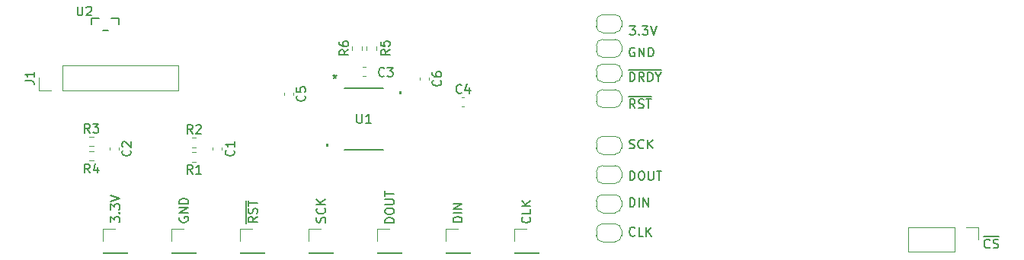
<source format=gbr>
%TF.GenerationSoftware,KiCad,Pcbnew,9.0.2*%
%TF.CreationDate,2025-08-03T14:59:52-04:00*%
%TF.ProjectId,SGTC_Center,53475443-5f43-4656-9e74-65722e6b6963,rev?*%
%TF.SameCoordinates,Original*%
%TF.FileFunction,Legend,Top*%
%TF.FilePolarity,Positive*%
%FSLAX46Y46*%
G04 Gerber Fmt 4.6, Leading zero omitted, Abs format (unit mm)*
G04 Created by KiCad (PCBNEW 9.0.2) date 2025-08-03 14:59:52*
%MOMM*%
%LPD*%
G01*
G04 APERTURE LIST*
%ADD10C,0.150000*%
%ADD11C,0.120000*%
%ADD12C,0.152400*%
%ADD13C,0.000000*%
%ADD14C,0.200000*%
G04 APERTURE END LIST*
D10*
X215333333Y-121359580D02*
X215285714Y-121407200D01*
X215285714Y-121407200D02*
X215142857Y-121454819D01*
X215142857Y-121454819D02*
X215047619Y-121454819D01*
X215047619Y-121454819D02*
X214904762Y-121407200D01*
X214904762Y-121407200D02*
X214809524Y-121311961D01*
X214809524Y-121311961D02*
X214761905Y-121216723D01*
X214761905Y-121216723D02*
X214714286Y-121026247D01*
X214714286Y-121026247D02*
X214714286Y-120883390D01*
X214714286Y-120883390D02*
X214761905Y-120692914D01*
X214761905Y-120692914D02*
X214809524Y-120597676D01*
X214809524Y-120597676D02*
X214904762Y-120502438D01*
X214904762Y-120502438D02*
X215047619Y-120454819D01*
X215047619Y-120454819D02*
X215142857Y-120454819D01*
X215142857Y-120454819D02*
X215285714Y-120502438D01*
X215285714Y-120502438D02*
X215333333Y-120550057D01*
X215714286Y-121407200D02*
X215857143Y-121454819D01*
X215857143Y-121454819D02*
X216095238Y-121454819D01*
X216095238Y-121454819D02*
X216190476Y-121407200D01*
X216190476Y-121407200D02*
X216238095Y-121359580D01*
X216238095Y-121359580D02*
X216285714Y-121264342D01*
X216285714Y-121264342D02*
X216285714Y-121169104D01*
X216285714Y-121169104D02*
X216238095Y-121073866D01*
X216238095Y-121073866D02*
X216190476Y-121026247D01*
X216190476Y-121026247D02*
X216095238Y-120978628D01*
X216095238Y-120978628D02*
X215904762Y-120931009D01*
X215904762Y-120931009D02*
X215809524Y-120883390D01*
X215809524Y-120883390D02*
X215761905Y-120835771D01*
X215761905Y-120835771D02*
X215714286Y-120740533D01*
X215714286Y-120740533D02*
X215714286Y-120645295D01*
X215714286Y-120645295D02*
X215761905Y-120550057D01*
X215761905Y-120550057D02*
X215809524Y-120502438D01*
X215809524Y-120502438D02*
X215904762Y-120454819D01*
X215904762Y-120454819D02*
X216142857Y-120454819D01*
X216142857Y-120454819D02*
X216285714Y-120502438D01*
X214623810Y-120177200D02*
X216376191Y-120177200D01*
X141452600Y-118590839D02*
X141500219Y-118447982D01*
X141500219Y-118447982D02*
X141500219Y-118209887D01*
X141500219Y-118209887D02*
X141452600Y-118114649D01*
X141452600Y-118114649D02*
X141404980Y-118067030D01*
X141404980Y-118067030D02*
X141309742Y-118019411D01*
X141309742Y-118019411D02*
X141214504Y-118019411D01*
X141214504Y-118019411D02*
X141119266Y-118067030D01*
X141119266Y-118067030D02*
X141071647Y-118114649D01*
X141071647Y-118114649D02*
X141024028Y-118209887D01*
X141024028Y-118209887D02*
X140976409Y-118400363D01*
X140976409Y-118400363D02*
X140928790Y-118495601D01*
X140928790Y-118495601D02*
X140881171Y-118543220D01*
X140881171Y-118543220D02*
X140785933Y-118590839D01*
X140785933Y-118590839D02*
X140690695Y-118590839D01*
X140690695Y-118590839D02*
X140595457Y-118543220D01*
X140595457Y-118543220D02*
X140547838Y-118495601D01*
X140547838Y-118495601D02*
X140500219Y-118400363D01*
X140500219Y-118400363D02*
X140500219Y-118162268D01*
X140500219Y-118162268D02*
X140547838Y-118019411D01*
X141404980Y-117019411D02*
X141452600Y-117067030D01*
X141452600Y-117067030D02*
X141500219Y-117209887D01*
X141500219Y-117209887D02*
X141500219Y-117305125D01*
X141500219Y-117305125D02*
X141452600Y-117447982D01*
X141452600Y-117447982D02*
X141357361Y-117543220D01*
X141357361Y-117543220D02*
X141262123Y-117590839D01*
X141262123Y-117590839D02*
X141071647Y-117638458D01*
X141071647Y-117638458D02*
X140928790Y-117638458D01*
X140928790Y-117638458D02*
X140738314Y-117590839D01*
X140738314Y-117590839D02*
X140643076Y-117543220D01*
X140643076Y-117543220D02*
X140547838Y-117447982D01*
X140547838Y-117447982D02*
X140500219Y-117305125D01*
X140500219Y-117305125D02*
X140500219Y-117209887D01*
X140500219Y-117209887D02*
X140547838Y-117067030D01*
X140547838Y-117067030D02*
X140595457Y-117019411D01*
X141500219Y-116590839D02*
X140500219Y-116590839D01*
X141500219Y-116019411D02*
X140928790Y-116447982D01*
X140500219Y-116019411D02*
X141071647Y-116590839D01*
X164214180Y-118014592D02*
X164261800Y-118062211D01*
X164261800Y-118062211D02*
X164309419Y-118205068D01*
X164309419Y-118205068D02*
X164309419Y-118300306D01*
X164309419Y-118300306D02*
X164261800Y-118443163D01*
X164261800Y-118443163D02*
X164166561Y-118538401D01*
X164166561Y-118538401D02*
X164071323Y-118586020D01*
X164071323Y-118586020D02*
X163880847Y-118633639D01*
X163880847Y-118633639D02*
X163737990Y-118633639D01*
X163737990Y-118633639D02*
X163547514Y-118586020D01*
X163547514Y-118586020D02*
X163452276Y-118538401D01*
X163452276Y-118538401D02*
X163357038Y-118443163D01*
X163357038Y-118443163D02*
X163309419Y-118300306D01*
X163309419Y-118300306D02*
X163309419Y-118205068D01*
X163309419Y-118205068D02*
X163357038Y-118062211D01*
X163357038Y-118062211D02*
X163404657Y-118014592D01*
X164309419Y-117109830D02*
X164309419Y-117586020D01*
X164309419Y-117586020D02*
X163309419Y-117586020D01*
X164309419Y-116776496D02*
X163309419Y-116776496D01*
X164309419Y-116205068D02*
X163737990Y-116633639D01*
X163309419Y-116205068D02*
X163880847Y-116776496D01*
X175336779Y-102869819D02*
X175336779Y-101869819D01*
X175336779Y-101869819D02*
X175574874Y-101869819D01*
X175574874Y-101869819D02*
X175717731Y-101917438D01*
X175717731Y-101917438D02*
X175812969Y-102012676D01*
X175812969Y-102012676D02*
X175860588Y-102107914D01*
X175860588Y-102107914D02*
X175908207Y-102298390D01*
X175908207Y-102298390D02*
X175908207Y-102441247D01*
X175908207Y-102441247D02*
X175860588Y-102631723D01*
X175860588Y-102631723D02*
X175812969Y-102726961D01*
X175812969Y-102726961D02*
X175717731Y-102822200D01*
X175717731Y-102822200D02*
X175574874Y-102869819D01*
X175574874Y-102869819D02*
X175336779Y-102869819D01*
X176908207Y-102869819D02*
X176574874Y-102393628D01*
X176336779Y-102869819D02*
X176336779Y-101869819D01*
X176336779Y-101869819D02*
X176717731Y-101869819D01*
X176717731Y-101869819D02*
X176812969Y-101917438D01*
X176812969Y-101917438D02*
X176860588Y-101965057D01*
X176860588Y-101965057D02*
X176908207Y-102060295D01*
X176908207Y-102060295D02*
X176908207Y-102203152D01*
X176908207Y-102203152D02*
X176860588Y-102298390D01*
X176860588Y-102298390D02*
X176812969Y-102346009D01*
X176812969Y-102346009D02*
X176717731Y-102393628D01*
X176717731Y-102393628D02*
X176336779Y-102393628D01*
X177336779Y-102869819D02*
X177336779Y-101869819D01*
X177336779Y-101869819D02*
X177574874Y-101869819D01*
X177574874Y-101869819D02*
X177717731Y-101917438D01*
X177717731Y-101917438D02*
X177812969Y-102012676D01*
X177812969Y-102012676D02*
X177860588Y-102107914D01*
X177860588Y-102107914D02*
X177908207Y-102298390D01*
X177908207Y-102298390D02*
X177908207Y-102441247D01*
X177908207Y-102441247D02*
X177860588Y-102631723D01*
X177860588Y-102631723D02*
X177812969Y-102726961D01*
X177812969Y-102726961D02*
X177717731Y-102822200D01*
X177717731Y-102822200D02*
X177574874Y-102869819D01*
X177574874Y-102869819D02*
X177336779Y-102869819D01*
X178527255Y-102393628D02*
X178527255Y-102869819D01*
X178193922Y-101869819D02*
X178527255Y-102393628D01*
X178527255Y-102393628D02*
X178860588Y-101869819D01*
X175198684Y-101592200D02*
X178855827Y-101592200D01*
X156689419Y-118543220D02*
X155689419Y-118543220D01*
X155689419Y-118543220D02*
X155689419Y-118305125D01*
X155689419Y-118305125D02*
X155737038Y-118162268D01*
X155737038Y-118162268D02*
X155832276Y-118067030D01*
X155832276Y-118067030D02*
X155927514Y-118019411D01*
X155927514Y-118019411D02*
X156117990Y-117971792D01*
X156117990Y-117971792D02*
X156260847Y-117971792D01*
X156260847Y-117971792D02*
X156451323Y-118019411D01*
X156451323Y-118019411D02*
X156546561Y-118067030D01*
X156546561Y-118067030D02*
X156641800Y-118162268D01*
X156641800Y-118162268D02*
X156689419Y-118305125D01*
X156689419Y-118305125D02*
X156689419Y-118543220D01*
X156689419Y-117543220D02*
X155689419Y-117543220D01*
X156689419Y-117067030D02*
X155689419Y-117067030D01*
X155689419Y-117067030D02*
X156689419Y-116495602D01*
X156689419Y-116495602D02*
X155689419Y-116495602D01*
X117640219Y-118579658D02*
X117640219Y-117960611D01*
X117640219Y-117960611D02*
X118021171Y-118293944D01*
X118021171Y-118293944D02*
X118021171Y-118151087D01*
X118021171Y-118151087D02*
X118068790Y-118055849D01*
X118068790Y-118055849D02*
X118116409Y-118008230D01*
X118116409Y-118008230D02*
X118211647Y-117960611D01*
X118211647Y-117960611D02*
X118449742Y-117960611D01*
X118449742Y-117960611D02*
X118544980Y-118008230D01*
X118544980Y-118008230D02*
X118592600Y-118055849D01*
X118592600Y-118055849D02*
X118640219Y-118151087D01*
X118640219Y-118151087D02*
X118640219Y-118436801D01*
X118640219Y-118436801D02*
X118592600Y-118532039D01*
X118592600Y-118532039D02*
X118544980Y-118579658D01*
X118544980Y-117532039D02*
X118592600Y-117484420D01*
X118592600Y-117484420D02*
X118640219Y-117532039D01*
X118640219Y-117532039D02*
X118592600Y-117579658D01*
X118592600Y-117579658D02*
X118544980Y-117532039D01*
X118544980Y-117532039D02*
X118640219Y-117532039D01*
X117640219Y-117151087D02*
X117640219Y-116532040D01*
X117640219Y-116532040D02*
X118021171Y-116865373D01*
X118021171Y-116865373D02*
X118021171Y-116722516D01*
X118021171Y-116722516D02*
X118068790Y-116627278D01*
X118068790Y-116627278D02*
X118116409Y-116579659D01*
X118116409Y-116579659D02*
X118211647Y-116532040D01*
X118211647Y-116532040D02*
X118449742Y-116532040D01*
X118449742Y-116532040D02*
X118544980Y-116579659D01*
X118544980Y-116579659D02*
X118592600Y-116627278D01*
X118592600Y-116627278D02*
X118640219Y-116722516D01*
X118640219Y-116722516D02*
X118640219Y-117008230D01*
X118640219Y-117008230D02*
X118592600Y-117103468D01*
X118592600Y-117103468D02*
X118544980Y-117151087D01*
X117640219Y-116246325D02*
X118640219Y-115912992D01*
X118640219Y-115912992D02*
X117640219Y-115579659D01*
X133931019Y-117971792D02*
X133454828Y-118305125D01*
X133931019Y-118543220D02*
X132931019Y-118543220D01*
X132931019Y-118543220D02*
X132931019Y-118162268D01*
X132931019Y-118162268D02*
X132978638Y-118067030D01*
X132978638Y-118067030D02*
X133026257Y-118019411D01*
X133026257Y-118019411D02*
X133121495Y-117971792D01*
X133121495Y-117971792D02*
X133264352Y-117971792D01*
X133264352Y-117971792D02*
X133359590Y-118019411D01*
X133359590Y-118019411D02*
X133407209Y-118067030D01*
X133407209Y-118067030D02*
X133454828Y-118162268D01*
X133454828Y-118162268D02*
X133454828Y-118543220D01*
X133883400Y-117590839D02*
X133931019Y-117447982D01*
X133931019Y-117447982D02*
X133931019Y-117209887D01*
X133931019Y-117209887D02*
X133883400Y-117114649D01*
X133883400Y-117114649D02*
X133835780Y-117067030D01*
X133835780Y-117067030D02*
X133740542Y-117019411D01*
X133740542Y-117019411D02*
X133645304Y-117019411D01*
X133645304Y-117019411D02*
X133550066Y-117067030D01*
X133550066Y-117067030D02*
X133502447Y-117114649D01*
X133502447Y-117114649D02*
X133454828Y-117209887D01*
X133454828Y-117209887D02*
X133407209Y-117400363D01*
X133407209Y-117400363D02*
X133359590Y-117495601D01*
X133359590Y-117495601D02*
X133311971Y-117543220D01*
X133311971Y-117543220D02*
X133216733Y-117590839D01*
X133216733Y-117590839D02*
X133121495Y-117590839D01*
X133121495Y-117590839D02*
X133026257Y-117543220D01*
X133026257Y-117543220D02*
X132978638Y-117495601D01*
X132978638Y-117495601D02*
X132931019Y-117400363D01*
X132931019Y-117400363D02*
X132931019Y-117162268D01*
X132931019Y-117162268D02*
X132978638Y-117019411D01*
X132931019Y-116733696D02*
X132931019Y-116162268D01*
X133931019Y-116447982D02*
X132931019Y-116447982D01*
X132653400Y-118681316D02*
X132653400Y-116167030D01*
X175860588Y-99167438D02*
X175765350Y-99119819D01*
X175765350Y-99119819D02*
X175622493Y-99119819D01*
X175622493Y-99119819D02*
X175479636Y-99167438D01*
X175479636Y-99167438D02*
X175384398Y-99262676D01*
X175384398Y-99262676D02*
X175336779Y-99357914D01*
X175336779Y-99357914D02*
X175289160Y-99548390D01*
X175289160Y-99548390D02*
X175289160Y-99691247D01*
X175289160Y-99691247D02*
X175336779Y-99881723D01*
X175336779Y-99881723D02*
X175384398Y-99976961D01*
X175384398Y-99976961D02*
X175479636Y-100072200D01*
X175479636Y-100072200D02*
X175622493Y-100119819D01*
X175622493Y-100119819D02*
X175717731Y-100119819D01*
X175717731Y-100119819D02*
X175860588Y-100072200D01*
X175860588Y-100072200D02*
X175908207Y-100024580D01*
X175908207Y-100024580D02*
X175908207Y-99691247D01*
X175908207Y-99691247D02*
X175717731Y-99691247D01*
X176336779Y-100119819D02*
X176336779Y-99119819D01*
X176336779Y-99119819D02*
X176908207Y-100119819D01*
X176908207Y-100119819D02*
X176908207Y-99119819D01*
X177384398Y-100119819D02*
X177384398Y-99119819D01*
X177384398Y-99119819D02*
X177622493Y-99119819D01*
X177622493Y-99119819D02*
X177765350Y-99167438D01*
X177765350Y-99167438D02*
X177860588Y-99262676D01*
X177860588Y-99262676D02*
X177908207Y-99357914D01*
X177908207Y-99357914D02*
X177955826Y-99548390D01*
X177955826Y-99548390D02*
X177955826Y-99691247D01*
X177955826Y-99691247D02*
X177908207Y-99881723D01*
X177908207Y-99881723D02*
X177860588Y-99976961D01*
X177860588Y-99976961D02*
X177765350Y-100072200D01*
X177765350Y-100072200D02*
X177622493Y-100119819D01*
X177622493Y-100119819D02*
X177384398Y-100119819D01*
X175336779Y-113869819D02*
X175336779Y-112869819D01*
X175336779Y-112869819D02*
X175574874Y-112869819D01*
X175574874Y-112869819D02*
X175717731Y-112917438D01*
X175717731Y-112917438D02*
X175812969Y-113012676D01*
X175812969Y-113012676D02*
X175860588Y-113107914D01*
X175860588Y-113107914D02*
X175908207Y-113298390D01*
X175908207Y-113298390D02*
X175908207Y-113441247D01*
X175908207Y-113441247D02*
X175860588Y-113631723D01*
X175860588Y-113631723D02*
X175812969Y-113726961D01*
X175812969Y-113726961D02*
X175717731Y-113822200D01*
X175717731Y-113822200D02*
X175574874Y-113869819D01*
X175574874Y-113869819D02*
X175336779Y-113869819D01*
X176527255Y-112869819D02*
X176717731Y-112869819D01*
X176717731Y-112869819D02*
X176812969Y-112917438D01*
X176812969Y-112917438D02*
X176908207Y-113012676D01*
X176908207Y-113012676D02*
X176955826Y-113203152D01*
X176955826Y-113203152D02*
X176955826Y-113536485D01*
X176955826Y-113536485D02*
X176908207Y-113726961D01*
X176908207Y-113726961D02*
X176812969Y-113822200D01*
X176812969Y-113822200D02*
X176717731Y-113869819D01*
X176717731Y-113869819D02*
X176527255Y-113869819D01*
X176527255Y-113869819D02*
X176432017Y-113822200D01*
X176432017Y-113822200D02*
X176336779Y-113726961D01*
X176336779Y-113726961D02*
X176289160Y-113536485D01*
X176289160Y-113536485D02*
X176289160Y-113203152D01*
X176289160Y-113203152D02*
X176336779Y-113012676D01*
X176336779Y-113012676D02*
X176432017Y-112917438D01*
X176432017Y-112917438D02*
X176527255Y-112869819D01*
X177384398Y-112869819D02*
X177384398Y-113679342D01*
X177384398Y-113679342D02*
X177432017Y-113774580D01*
X177432017Y-113774580D02*
X177479636Y-113822200D01*
X177479636Y-113822200D02*
X177574874Y-113869819D01*
X177574874Y-113869819D02*
X177765350Y-113869819D01*
X177765350Y-113869819D02*
X177860588Y-113822200D01*
X177860588Y-113822200D02*
X177908207Y-113774580D01*
X177908207Y-113774580D02*
X177955826Y-113679342D01*
X177955826Y-113679342D02*
X177955826Y-112869819D01*
X178289160Y-112869819D02*
X178860588Y-112869819D01*
X178574874Y-113869819D02*
X178574874Y-112869819D01*
X175336779Y-116869819D02*
X175336779Y-115869819D01*
X175336779Y-115869819D02*
X175574874Y-115869819D01*
X175574874Y-115869819D02*
X175717731Y-115917438D01*
X175717731Y-115917438D02*
X175812969Y-116012676D01*
X175812969Y-116012676D02*
X175860588Y-116107914D01*
X175860588Y-116107914D02*
X175908207Y-116298390D01*
X175908207Y-116298390D02*
X175908207Y-116441247D01*
X175908207Y-116441247D02*
X175860588Y-116631723D01*
X175860588Y-116631723D02*
X175812969Y-116726961D01*
X175812969Y-116726961D02*
X175717731Y-116822200D01*
X175717731Y-116822200D02*
X175574874Y-116869819D01*
X175574874Y-116869819D02*
X175336779Y-116869819D01*
X176336779Y-116869819D02*
X176336779Y-115869819D01*
X176812969Y-116869819D02*
X176812969Y-115869819D01*
X176812969Y-115869819D02*
X177384397Y-116869819D01*
X177384397Y-116869819D02*
X177384397Y-115869819D01*
X175291541Y-96719819D02*
X175910588Y-96719819D01*
X175910588Y-96719819D02*
X175577255Y-97100771D01*
X175577255Y-97100771D02*
X175720112Y-97100771D01*
X175720112Y-97100771D02*
X175815350Y-97148390D01*
X175815350Y-97148390D02*
X175862969Y-97196009D01*
X175862969Y-97196009D02*
X175910588Y-97291247D01*
X175910588Y-97291247D02*
X175910588Y-97529342D01*
X175910588Y-97529342D02*
X175862969Y-97624580D01*
X175862969Y-97624580D02*
X175815350Y-97672200D01*
X175815350Y-97672200D02*
X175720112Y-97719819D01*
X175720112Y-97719819D02*
X175434398Y-97719819D01*
X175434398Y-97719819D02*
X175339160Y-97672200D01*
X175339160Y-97672200D02*
X175291541Y-97624580D01*
X176339160Y-97624580D02*
X176386779Y-97672200D01*
X176386779Y-97672200D02*
X176339160Y-97719819D01*
X176339160Y-97719819D02*
X176291541Y-97672200D01*
X176291541Y-97672200D02*
X176339160Y-97624580D01*
X176339160Y-97624580D02*
X176339160Y-97719819D01*
X176720112Y-96719819D02*
X177339159Y-96719819D01*
X177339159Y-96719819D02*
X177005826Y-97100771D01*
X177005826Y-97100771D02*
X177148683Y-97100771D01*
X177148683Y-97100771D02*
X177243921Y-97148390D01*
X177243921Y-97148390D02*
X177291540Y-97196009D01*
X177291540Y-97196009D02*
X177339159Y-97291247D01*
X177339159Y-97291247D02*
X177339159Y-97529342D01*
X177339159Y-97529342D02*
X177291540Y-97624580D01*
X177291540Y-97624580D02*
X177243921Y-97672200D01*
X177243921Y-97672200D02*
X177148683Y-97719819D01*
X177148683Y-97719819D02*
X176862969Y-97719819D01*
X176862969Y-97719819D02*
X176767731Y-97672200D01*
X176767731Y-97672200D02*
X176720112Y-97624580D01*
X177624874Y-96719819D02*
X177958207Y-97719819D01*
X177958207Y-97719819D02*
X178291540Y-96719819D01*
X175289160Y-110322200D02*
X175432017Y-110369819D01*
X175432017Y-110369819D02*
X175670112Y-110369819D01*
X175670112Y-110369819D02*
X175765350Y-110322200D01*
X175765350Y-110322200D02*
X175812969Y-110274580D01*
X175812969Y-110274580D02*
X175860588Y-110179342D01*
X175860588Y-110179342D02*
X175860588Y-110084104D01*
X175860588Y-110084104D02*
X175812969Y-109988866D01*
X175812969Y-109988866D02*
X175765350Y-109941247D01*
X175765350Y-109941247D02*
X175670112Y-109893628D01*
X175670112Y-109893628D02*
X175479636Y-109846009D01*
X175479636Y-109846009D02*
X175384398Y-109798390D01*
X175384398Y-109798390D02*
X175336779Y-109750771D01*
X175336779Y-109750771D02*
X175289160Y-109655533D01*
X175289160Y-109655533D02*
X175289160Y-109560295D01*
X175289160Y-109560295D02*
X175336779Y-109465057D01*
X175336779Y-109465057D02*
X175384398Y-109417438D01*
X175384398Y-109417438D02*
X175479636Y-109369819D01*
X175479636Y-109369819D02*
X175717731Y-109369819D01*
X175717731Y-109369819D02*
X175860588Y-109417438D01*
X176860588Y-110274580D02*
X176812969Y-110322200D01*
X176812969Y-110322200D02*
X176670112Y-110369819D01*
X176670112Y-110369819D02*
X176574874Y-110369819D01*
X176574874Y-110369819D02*
X176432017Y-110322200D01*
X176432017Y-110322200D02*
X176336779Y-110226961D01*
X176336779Y-110226961D02*
X176289160Y-110131723D01*
X176289160Y-110131723D02*
X176241541Y-109941247D01*
X176241541Y-109941247D02*
X176241541Y-109798390D01*
X176241541Y-109798390D02*
X176289160Y-109607914D01*
X176289160Y-109607914D02*
X176336779Y-109512676D01*
X176336779Y-109512676D02*
X176432017Y-109417438D01*
X176432017Y-109417438D02*
X176574874Y-109369819D01*
X176574874Y-109369819D02*
X176670112Y-109369819D01*
X176670112Y-109369819D02*
X176812969Y-109417438D01*
X176812969Y-109417438D02*
X176860588Y-109465057D01*
X177289160Y-110369819D02*
X177289160Y-109369819D01*
X177860588Y-110369819D02*
X177432017Y-109798390D01*
X177860588Y-109369819D02*
X177289160Y-109941247D01*
X175908207Y-120024580D02*
X175860588Y-120072200D01*
X175860588Y-120072200D02*
X175717731Y-120119819D01*
X175717731Y-120119819D02*
X175622493Y-120119819D01*
X175622493Y-120119819D02*
X175479636Y-120072200D01*
X175479636Y-120072200D02*
X175384398Y-119976961D01*
X175384398Y-119976961D02*
X175336779Y-119881723D01*
X175336779Y-119881723D02*
X175289160Y-119691247D01*
X175289160Y-119691247D02*
X175289160Y-119548390D01*
X175289160Y-119548390D02*
X175336779Y-119357914D01*
X175336779Y-119357914D02*
X175384398Y-119262676D01*
X175384398Y-119262676D02*
X175479636Y-119167438D01*
X175479636Y-119167438D02*
X175622493Y-119119819D01*
X175622493Y-119119819D02*
X175717731Y-119119819D01*
X175717731Y-119119819D02*
X175860588Y-119167438D01*
X175860588Y-119167438D02*
X175908207Y-119215057D01*
X176812969Y-120119819D02*
X176336779Y-120119819D01*
X176336779Y-120119819D02*
X176336779Y-119119819D01*
X177146303Y-120119819D02*
X177146303Y-119119819D01*
X177717731Y-120119819D02*
X177289160Y-119548390D01*
X177717731Y-119119819D02*
X177146303Y-119691247D01*
X175908207Y-105869819D02*
X175574874Y-105393628D01*
X175336779Y-105869819D02*
X175336779Y-104869819D01*
X175336779Y-104869819D02*
X175717731Y-104869819D01*
X175717731Y-104869819D02*
X175812969Y-104917438D01*
X175812969Y-104917438D02*
X175860588Y-104965057D01*
X175860588Y-104965057D02*
X175908207Y-105060295D01*
X175908207Y-105060295D02*
X175908207Y-105203152D01*
X175908207Y-105203152D02*
X175860588Y-105298390D01*
X175860588Y-105298390D02*
X175812969Y-105346009D01*
X175812969Y-105346009D02*
X175717731Y-105393628D01*
X175717731Y-105393628D02*
X175336779Y-105393628D01*
X176289160Y-105822200D02*
X176432017Y-105869819D01*
X176432017Y-105869819D02*
X176670112Y-105869819D01*
X176670112Y-105869819D02*
X176765350Y-105822200D01*
X176765350Y-105822200D02*
X176812969Y-105774580D01*
X176812969Y-105774580D02*
X176860588Y-105679342D01*
X176860588Y-105679342D02*
X176860588Y-105584104D01*
X176860588Y-105584104D02*
X176812969Y-105488866D01*
X176812969Y-105488866D02*
X176765350Y-105441247D01*
X176765350Y-105441247D02*
X176670112Y-105393628D01*
X176670112Y-105393628D02*
X176479636Y-105346009D01*
X176479636Y-105346009D02*
X176384398Y-105298390D01*
X176384398Y-105298390D02*
X176336779Y-105250771D01*
X176336779Y-105250771D02*
X176289160Y-105155533D01*
X176289160Y-105155533D02*
X176289160Y-105060295D01*
X176289160Y-105060295D02*
X176336779Y-104965057D01*
X176336779Y-104965057D02*
X176384398Y-104917438D01*
X176384398Y-104917438D02*
X176479636Y-104869819D01*
X176479636Y-104869819D02*
X176717731Y-104869819D01*
X176717731Y-104869819D02*
X176860588Y-104917438D01*
X177146303Y-104869819D02*
X177717731Y-104869819D01*
X177432017Y-105869819D02*
X177432017Y-104869819D01*
X175198684Y-104592200D02*
X177712970Y-104592200D01*
X149120219Y-118636820D02*
X148120219Y-118636820D01*
X148120219Y-118636820D02*
X148120219Y-118398725D01*
X148120219Y-118398725D02*
X148167838Y-118255868D01*
X148167838Y-118255868D02*
X148263076Y-118160630D01*
X148263076Y-118160630D02*
X148358314Y-118113011D01*
X148358314Y-118113011D02*
X148548790Y-118065392D01*
X148548790Y-118065392D02*
X148691647Y-118065392D01*
X148691647Y-118065392D02*
X148882123Y-118113011D01*
X148882123Y-118113011D02*
X148977361Y-118160630D01*
X148977361Y-118160630D02*
X149072600Y-118255868D01*
X149072600Y-118255868D02*
X149120219Y-118398725D01*
X149120219Y-118398725D02*
X149120219Y-118636820D01*
X148120219Y-117446344D02*
X148120219Y-117255868D01*
X148120219Y-117255868D02*
X148167838Y-117160630D01*
X148167838Y-117160630D02*
X148263076Y-117065392D01*
X148263076Y-117065392D02*
X148453552Y-117017773D01*
X148453552Y-117017773D02*
X148786885Y-117017773D01*
X148786885Y-117017773D02*
X148977361Y-117065392D01*
X148977361Y-117065392D02*
X149072600Y-117160630D01*
X149072600Y-117160630D02*
X149120219Y-117255868D01*
X149120219Y-117255868D02*
X149120219Y-117446344D01*
X149120219Y-117446344D02*
X149072600Y-117541582D01*
X149072600Y-117541582D02*
X148977361Y-117636820D01*
X148977361Y-117636820D02*
X148786885Y-117684439D01*
X148786885Y-117684439D02*
X148453552Y-117684439D01*
X148453552Y-117684439D02*
X148263076Y-117636820D01*
X148263076Y-117636820D02*
X148167838Y-117541582D01*
X148167838Y-117541582D02*
X148120219Y-117446344D01*
X148120219Y-116589201D02*
X148929742Y-116589201D01*
X148929742Y-116589201D02*
X149024980Y-116541582D01*
X149024980Y-116541582D02*
X149072600Y-116493963D01*
X149072600Y-116493963D02*
X149120219Y-116398725D01*
X149120219Y-116398725D02*
X149120219Y-116208249D01*
X149120219Y-116208249D02*
X149072600Y-116113011D01*
X149072600Y-116113011D02*
X149024980Y-116065392D01*
X149024980Y-116065392D02*
X148929742Y-116017773D01*
X148929742Y-116017773D02*
X148120219Y-116017773D01*
X148120219Y-115684439D02*
X148120219Y-115113011D01*
X149120219Y-115398725D02*
X148120219Y-115398725D01*
X125307838Y-118019411D02*
X125260219Y-118114649D01*
X125260219Y-118114649D02*
X125260219Y-118257506D01*
X125260219Y-118257506D02*
X125307838Y-118400363D01*
X125307838Y-118400363D02*
X125403076Y-118495601D01*
X125403076Y-118495601D02*
X125498314Y-118543220D01*
X125498314Y-118543220D02*
X125688790Y-118590839D01*
X125688790Y-118590839D02*
X125831647Y-118590839D01*
X125831647Y-118590839D02*
X126022123Y-118543220D01*
X126022123Y-118543220D02*
X126117361Y-118495601D01*
X126117361Y-118495601D02*
X126212600Y-118400363D01*
X126212600Y-118400363D02*
X126260219Y-118257506D01*
X126260219Y-118257506D02*
X126260219Y-118162268D01*
X126260219Y-118162268D02*
X126212600Y-118019411D01*
X126212600Y-118019411D02*
X126164980Y-117971792D01*
X126164980Y-117971792D02*
X125831647Y-117971792D01*
X125831647Y-117971792D02*
X125831647Y-118162268D01*
X126260219Y-117543220D02*
X125260219Y-117543220D01*
X125260219Y-117543220D02*
X126260219Y-116971792D01*
X126260219Y-116971792D02*
X125260219Y-116971792D01*
X126260219Y-116495601D02*
X125260219Y-116495601D01*
X125260219Y-116495601D02*
X125260219Y-116257506D01*
X125260219Y-116257506D02*
X125307838Y-116114649D01*
X125307838Y-116114649D02*
X125403076Y-116019411D01*
X125403076Y-116019411D02*
X125498314Y-115971792D01*
X125498314Y-115971792D02*
X125688790Y-115924173D01*
X125688790Y-115924173D02*
X125831647Y-115924173D01*
X125831647Y-115924173D02*
X126022123Y-115971792D01*
X126022123Y-115971792D02*
X126117361Y-116019411D01*
X126117361Y-116019411D02*
X126212600Y-116114649D01*
X126212600Y-116114649D02*
X126260219Y-116257506D01*
X126260219Y-116257506D02*
X126260219Y-116495601D01*
X131289580Y-110566666D02*
X131337200Y-110614285D01*
X131337200Y-110614285D02*
X131384819Y-110757142D01*
X131384819Y-110757142D02*
X131384819Y-110852380D01*
X131384819Y-110852380D02*
X131337200Y-110995237D01*
X131337200Y-110995237D02*
X131241961Y-111090475D01*
X131241961Y-111090475D02*
X131146723Y-111138094D01*
X131146723Y-111138094D02*
X130956247Y-111185713D01*
X130956247Y-111185713D02*
X130813390Y-111185713D01*
X130813390Y-111185713D02*
X130622914Y-111138094D01*
X130622914Y-111138094D02*
X130527676Y-111090475D01*
X130527676Y-111090475D02*
X130432438Y-110995237D01*
X130432438Y-110995237D02*
X130384819Y-110852380D01*
X130384819Y-110852380D02*
X130384819Y-110757142D01*
X130384819Y-110757142D02*
X130432438Y-110614285D01*
X130432438Y-110614285D02*
X130480057Y-110566666D01*
X131384819Y-109614285D02*
X131384819Y-110185713D01*
X131384819Y-109899999D02*
X130384819Y-109899999D01*
X130384819Y-109899999D02*
X130527676Y-109995237D01*
X130527676Y-109995237D02*
X130622914Y-110090475D01*
X130622914Y-110090475D02*
X130670533Y-110185713D01*
X115333333Y-113084819D02*
X115000000Y-112608628D01*
X114761905Y-113084819D02*
X114761905Y-112084819D01*
X114761905Y-112084819D02*
X115142857Y-112084819D01*
X115142857Y-112084819D02*
X115238095Y-112132438D01*
X115238095Y-112132438D02*
X115285714Y-112180057D01*
X115285714Y-112180057D02*
X115333333Y-112275295D01*
X115333333Y-112275295D02*
X115333333Y-112418152D01*
X115333333Y-112418152D02*
X115285714Y-112513390D01*
X115285714Y-112513390D02*
X115238095Y-112561009D01*
X115238095Y-112561009D02*
X115142857Y-112608628D01*
X115142857Y-112608628D02*
X114761905Y-112608628D01*
X116190476Y-112418152D02*
X116190476Y-113084819D01*
X115952381Y-112037200D02*
X115714286Y-112751485D01*
X115714286Y-112751485D02*
X116333333Y-112751485D01*
X119789580Y-110566666D02*
X119837200Y-110614285D01*
X119837200Y-110614285D02*
X119884819Y-110757142D01*
X119884819Y-110757142D02*
X119884819Y-110852380D01*
X119884819Y-110852380D02*
X119837200Y-110995237D01*
X119837200Y-110995237D02*
X119741961Y-111090475D01*
X119741961Y-111090475D02*
X119646723Y-111138094D01*
X119646723Y-111138094D02*
X119456247Y-111185713D01*
X119456247Y-111185713D02*
X119313390Y-111185713D01*
X119313390Y-111185713D02*
X119122914Y-111138094D01*
X119122914Y-111138094D02*
X119027676Y-111090475D01*
X119027676Y-111090475D02*
X118932438Y-110995237D01*
X118932438Y-110995237D02*
X118884819Y-110852380D01*
X118884819Y-110852380D02*
X118884819Y-110757142D01*
X118884819Y-110757142D02*
X118932438Y-110614285D01*
X118932438Y-110614285D02*
X118980057Y-110566666D01*
X118980057Y-110185713D02*
X118932438Y-110138094D01*
X118932438Y-110138094D02*
X118884819Y-110042856D01*
X118884819Y-110042856D02*
X118884819Y-109804761D01*
X118884819Y-109804761D02*
X118932438Y-109709523D01*
X118932438Y-109709523D02*
X118980057Y-109661904D01*
X118980057Y-109661904D02*
X119075295Y-109614285D01*
X119075295Y-109614285D02*
X119170533Y-109614285D01*
X119170533Y-109614285D02*
X119313390Y-109661904D01*
X119313390Y-109661904D02*
X119884819Y-110233332D01*
X119884819Y-110233332D02*
X119884819Y-109614285D01*
X156633333Y-104129580D02*
X156585714Y-104177200D01*
X156585714Y-104177200D02*
X156442857Y-104224819D01*
X156442857Y-104224819D02*
X156347619Y-104224819D01*
X156347619Y-104224819D02*
X156204762Y-104177200D01*
X156204762Y-104177200D02*
X156109524Y-104081961D01*
X156109524Y-104081961D02*
X156061905Y-103986723D01*
X156061905Y-103986723D02*
X156014286Y-103796247D01*
X156014286Y-103796247D02*
X156014286Y-103653390D01*
X156014286Y-103653390D02*
X156061905Y-103462914D01*
X156061905Y-103462914D02*
X156109524Y-103367676D01*
X156109524Y-103367676D02*
X156204762Y-103272438D01*
X156204762Y-103272438D02*
X156347619Y-103224819D01*
X156347619Y-103224819D02*
X156442857Y-103224819D01*
X156442857Y-103224819D02*
X156585714Y-103272438D01*
X156585714Y-103272438D02*
X156633333Y-103320057D01*
X157490476Y-103558152D02*
X157490476Y-104224819D01*
X157252381Y-103177200D02*
X157014286Y-103891485D01*
X157014286Y-103891485D02*
X157633333Y-103891485D01*
X144990845Y-106529821D02*
X144990845Y-107339344D01*
X144990845Y-107339344D02*
X145038464Y-107434582D01*
X145038464Y-107434582D02*
X145086083Y-107482202D01*
X145086083Y-107482202D02*
X145181321Y-107529821D01*
X145181321Y-107529821D02*
X145371797Y-107529821D01*
X145371797Y-107529821D02*
X145467035Y-107482202D01*
X145467035Y-107482202D02*
X145514654Y-107434582D01*
X145514654Y-107434582D02*
X145562273Y-107339344D01*
X145562273Y-107339344D02*
X145562273Y-106529821D01*
X146562273Y-107529821D02*
X145990845Y-107529821D01*
X146276559Y-107529821D02*
X146276559Y-106529821D01*
X146276559Y-106529821D02*
X146181321Y-106672678D01*
X146181321Y-106672678D02*
X146086083Y-106767916D01*
X146086083Y-106767916D02*
X145990845Y-106815535D01*
X142546000Y-102106220D02*
X142546000Y-102344315D01*
X142307905Y-102249077D02*
X142546000Y-102344315D01*
X142546000Y-102344315D02*
X142784095Y-102249077D01*
X142403143Y-102534791D02*
X142546000Y-102344315D01*
X142546000Y-102344315D02*
X142688857Y-102534791D01*
X108124819Y-102833333D02*
X108839104Y-102833333D01*
X108839104Y-102833333D02*
X108981961Y-102880952D01*
X108981961Y-102880952D02*
X109077200Y-102976190D01*
X109077200Y-102976190D02*
X109124819Y-103119047D01*
X109124819Y-103119047D02*
X109124819Y-103214285D01*
X109124819Y-101833333D02*
X109124819Y-102404761D01*
X109124819Y-102119047D02*
X108124819Y-102119047D01*
X108124819Y-102119047D02*
X108267676Y-102214285D01*
X108267676Y-102214285D02*
X108362914Y-102309523D01*
X108362914Y-102309523D02*
X108410533Y-102404761D01*
X148654819Y-99366666D02*
X148178628Y-99699999D01*
X148654819Y-99938094D02*
X147654819Y-99938094D01*
X147654819Y-99938094D02*
X147654819Y-99557142D01*
X147654819Y-99557142D02*
X147702438Y-99461904D01*
X147702438Y-99461904D02*
X147750057Y-99414285D01*
X147750057Y-99414285D02*
X147845295Y-99366666D01*
X147845295Y-99366666D02*
X147988152Y-99366666D01*
X147988152Y-99366666D02*
X148083390Y-99414285D01*
X148083390Y-99414285D02*
X148131009Y-99461904D01*
X148131009Y-99461904D02*
X148178628Y-99557142D01*
X148178628Y-99557142D02*
X148178628Y-99938094D01*
X147654819Y-98461904D02*
X147654819Y-98938094D01*
X147654819Y-98938094D02*
X148131009Y-98985713D01*
X148131009Y-98985713D02*
X148083390Y-98938094D01*
X148083390Y-98938094D02*
X148035771Y-98842856D01*
X148035771Y-98842856D02*
X148035771Y-98604761D01*
X148035771Y-98604761D02*
X148083390Y-98509523D01*
X148083390Y-98509523D02*
X148131009Y-98461904D01*
X148131009Y-98461904D02*
X148226247Y-98414285D01*
X148226247Y-98414285D02*
X148464342Y-98414285D01*
X148464342Y-98414285D02*
X148559580Y-98461904D01*
X148559580Y-98461904D02*
X148607200Y-98509523D01*
X148607200Y-98509523D02*
X148654819Y-98604761D01*
X148654819Y-98604761D02*
X148654819Y-98842856D01*
X148654819Y-98842856D02*
X148607200Y-98938094D01*
X148607200Y-98938094D02*
X148559580Y-98985713D01*
X113938095Y-94554819D02*
X113938095Y-95364342D01*
X113938095Y-95364342D02*
X113985714Y-95459580D01*
X113985714Y-95459580D02*
X114033333Y-95507200D01*
X114033333Y-95507200D02*
X114128571Y-95554819D01*
X114128571Y-95554819D02*
X114319047Y-95554819D01*
X114319047Y-95554819D02*
X114414285Y-95507200D01*
X114414285Y-95507200D02*
X114461904Y-95459580D01*
X114461904Y-95459580D02*
X114509523Y-95364342D01*
X114509523Y-95364342D02*
X114509523Y-94554819D01*
X114938095Y-94650057D02*
X114985714Y-94602438D01*
X114985714Y-94602438D02*
X115080952Y-94554819D01*
X115080952Y-94554819D02*
X115319047Y-94554819D01*
X115319047Y-94554819D02*
X115414285Y-94602438D01*
X115414285Y-94602438D02*
X115461904Y-94650057D01*
X115461904Y-94650057D02*
X115509523Y-94745295D01*
X115509523Y-94745295D02*
X115509523Y-94840533D01*
X115509523Y-94840533D02*
X115461904Y-94983390D01*
X115461904Y-94983390D02*
X114890476Y-95554819D01*
X114890476Y-95554819D02*
X115509523Y-95554819D01*
X144054819Y-99366666D02*
X143578628Y-99699999D01*
X144054819Y-99938094D02*
X143054819Y-99938094D01*
X143054819Y-99938094D02*
X143054819Y-99557142D01*
X143054819Y-99557142D02*
X143102438Y-99461904D01*
X143102438Y-99461904D02*
X143150057Y-99414285D01*
X143150057Y-99414285D02*
X143245295Y-99366666D01*
X143245295Y-99366666D02*
X143388152Y-99366666D01*
X143388152Y-99366666D02*
X143483390Y-99414285D01*
X143483390Y-99414285D02*
X143531009Y-99461904D01*
X143531009Y-99461904D02*
X143578628Y-99557142D01*
X143578628Y-99557142D02*
X143578628Y-99938094D01*
X143054819Y-98509523D02*
X143054819Y-98699999D01*
X143054819Y-98699999D02*
X143102438Y-98795237D01*
X143102438Y-98795237D02*
X143150057Y-98842856D01*
X143150057Y-98842856D02*
X143292914Y-98938094D01*
X143292914Y-98938094D02*
X143483390Y-98985713D01*
X143483390Y-98985713D02*
X143864342Y-98985713D01*
X143864342Y-98985713D02*
X143959580Y-98938094D01*
X143959580Y-98938094D02*
X144007200Y-98890475D01*
X144007200Y-98890475D02*
X144054819Y-98795237D01*
X144054819Y-98795237D02*
X144054819Y-98604761D01*
X144054819Y-98604761D02*
X144007200Y-98509523D01*
X144007200Y-98509523D02*
X143959580Y-98461904D01*
X143959580Y-98461904D02*
X143864342Y-98414285D01*
X143864342Y-98414285D02*
X143626247Y-98414285D01*
X143626247Y-98414285D02*
X143531009Y-98461904D01*
X143531009Y-98461904D02*
X143483390Y-98509523D01*
X143483390Y-98509523D02*
X143435771Y-98604761D01*
X143435771Y-98604761D02*
X143435771Y-98795237D01*
X143435771Y-98795237D02*
X143483390Y-98890475D01*
X143483390Y-98890475D02*
X143531009Y-98938094D01*
X143531009Y-98938094D02*
X143626247Y-98985713D01*
X115333333Y-108624819D02*
X115000000Y-108148628D01*
X114761905Y-108624819D02*
X114761905Y-107624819D01*
X114761905Y-107624819D02*
X115142857Y-107624819D01*
X115142857Y-107624819D02*
X115238095Y-107672438D01*
X115238095Y-107672438D02*
X115285714Y-107720057D01*
X115285714Y-107720057D02*
X115333333Y-107815295D01*
X115333333Y-107815295D02*
X115333333Y-107958152D01*
X115333333Y-107958152D02*
X115285714Y-108053390D01*
X115285714Y-108053390D02*
X115238095Y-108101009D01*
X115238095Y-108101009D02*
X115142857Y-108148628D01*
X115142857Y-108148628D02*
X114761905Y-108148628D01*
X115666667Y-107624819D02*
X116285714Y-107624819D01*
X116285714Y-107624819D02*
X115952381Y-108005771D01*
X115952381Y-108005771D02*
X116095238Y-108005771D01*
X116095238Y-108005771D02*
X116190476Y-108053390D01*
X116190476Y-108053390D02*
X116238095Y-108101009D01*
X116238095Y-108101009D02*
X116285714Y-108196247D01*
X116285714Y-108196247D02*
X116285714Y-108434342D01*
X116285714Y-108434342D02*
X116238095Y-108529580D01*
X116238095Y-108529580D02*
X116190476Y-108577200D01*
X116190476Y-108577200D02*
X116095238Y-108624819D01*
X116095238Y-108624819D02*
X115809524Y-108624819D01*
X115809524Y-108624819D02*
X115714286Y-108577200D01*
X115714286Y-108577200D02*
X115666667Y-108529580D01*
X139189580Y-104466666D02*
X139237200Y-104514285D01*
X139237200Y-104514285D02*
X139284819Y-104657142D01*
X139284819Y-104657142D02*
X139284819Y-104752380D01*
X139284819Y-104752380D02*
X139237200Y-104895237D01*
X139237200Y-104895237D02*
X139141961Y-104990475D01*
X139141961Y-104990475D02*
X139046723Y-105038094D01*
X139046723Y-105038094D02*
X138856247Y-105085713D01*
X138856247Y-105085713D02*
X138713390Y-105085713D01*
X138713390Y-105085713D02*
X138522914Y-105038094D01*
X138522914Y-105038094D02*
X138427676Y-104990475D01*
X138427676Y-104990475D02*
X138332438Y-104895237D01*
X138332438Y-104895237D02*
X138284819Y-104752380D01*
X138284819Y-104752380D02*
X138284819Y-104657142D01*
X138284819Y-104657142D02*
X138332438Y-104514285D01*
X138332438Y-104514285D02*
X138380057Y-104466666D01*
X138284819Y-103561904D02*
X138284819Y-104038094D01*
X138284819Y-104038094D02*
X138761009Y-104085713D01*
X138761009Y-104085713D02*
X138713390Y-104038094D01*
X138713390Y-104038094D02*
X138665771Y-103942856D01*
X138665771Y-103942856D02*
X138665771Y-103704761D01*
X138665771Y-103704761D02*
X138713390Y-103609523D01*
X138713390Y-103609523D02*
X138761009Y-103561904D01*
X138761009Y-103561904D02*
X138856247Y-103514285D01*
X138856247Y-103514285D02*
X139094342Y-103514285D01*
X139094342Y-103514285D02*
X139189580Y-103561904D01*
X139189580Y-103561904D02*
X139237200Y-103609523D01*
X139237200Y-103609523D02*
X139284819Y-103704761D01*
X139284819Y-103704761D02*
X139284819Y-103942856D01*
X139284819Y-103942856D02*
X139237200Y-104038094D01*
X139237200Y-104038094D02*
X139189580Y-104085713D01*
X148033333Y-102259580D02*
X147985714Y-102307200D01*
X147985714Y-102307200D02*
X147842857Y-102354819D01*
X147842857Y-102354819D02*
X147747619Y-102354819D01*
X147747619Y-102354819D02*
X147604762Y-102307200D01*
X147604762Y-102307200D02*
X147509524Y-102211961D01*
X147509524Y-102211961D02*
X147461905Y-102116723D01*
X147461905Y-102116723D02*
X147414286Y-101926247D01*
X147414286Y-101926247D02*
X147414286Y-101783390D01*
X147414286Y-101783390D02*
X147461905Y-101592914D01*
X147461905Y-101592914D02*
X147509524Y-101497676D01*
X147509524Y-101497676D02*
X147604762Y-101402438D01*
X147604762Y-101402438D02*
X147747619Y-101354819D01*
X147747619Y-101354819D02*
X147842857Y-101354819D01*
X147842857Y-101354819D02*
X147985714Y-101402438D01*
X147985714Y-101402438D02*
X148033333Y-101450057D01*
X148366667Y-101354819D02*
X148985714Y-101354819D01*
X148985714Y-101354819D02*
X148652381Y-101735771D01*
X148652381Y-101735771D02*
X148795238Y-101735771D01*
X148795238Y-101735771D02*
X148890476Y-101783390D01*
X148890476Y-101783390D02*
X148938095Y-101831009D01*
X148938095Y-101831009D02*
X148985714Y-101926247D01*
X148985714Y-101926247D02*
X148985714Y-102164342D01*
X148985714Y-102164342D02*
X148938095Y-102259580D01*
X148938095Y-102259580D02*
X148890476Y-102307200D01*
X148890476Y-102307200D02*
X148795238Y-102354819D01*
X148795238Y-102354819D02*
X148509524Y-102354819D01*
X148509524Y-102354819D02*
X148414286Y-102307200D01*
X148414286Y-102307200D02*
X148366667Y-102259580D01*
X126733333Y-108724819D02*
X126400000Y-108248628D01*
X126161905Y-108724819D02*
X126161905Y-107724819D01*
X126161905Y-107724819D02*
X126542857Y-107724819D01*
X126542857Y-107724819D02*
X126638095Y-107772438D01*
X126638095Y-107772438D02*
X126685714Y-107820057D01*
X126685714Y-107820057D02*
X126733333Y-107915295D01*
X126733333Y-107915295D02*
X126733333Y-108058152D01*
X126733333Y-108058152D02*
X126685714Y-108153390D01*
X126685714Y-108153390D02*
X126638095Y-108201009D01*
X126638095Y-108201009D02*
X126542857Y-108248628D01*
X126542857Y-108248628D02*
X126161905Y-108248628D01*
X127114286Y-107820057D02*
X127161905Y-107772438D01*
X127161905Y-107772438D02*
X127257143Y-107724819D01*
X127257143Y-107724819D02*
X127495238Y-107724819D01*
X127495238Y-107724819D02*
X127590476Y-107772438D01*
X127590476Y-107772438D02*
X127638095Y-107820057D01*
X127638095Y-107820057D02*
X127685714Y-107915295D01*
X127685714Y-107915295D02*
X127685714Y-108010533D01*
X127685714Y-108010533D02*
X127638095Y-108153390D01*
X127638095Y-108153390D02*
X127066667Y-108724819D01*
X127066667Y-108724819D02*
X127685714Y-108724819D01*
X126733333Y-113184819D02*
X126400000Y-112708628D01*
X126161905Y-113184819D02*
X126161905Y-112184819D01*
X126161905Y-112184819D02*
X126542857Y-112184819D01*
X126542857Y-112184819D02*
X126638095Y-112232438D01*
X126638095Y-112232438D02*
X126685714Y-112280057D01*
X126685714Y-112280057D02*
X126733333Y-112375295D01*
X126733333Y-112375295D02*
X126733333Y-112518152D01*
X126733333Y-112518152D02*
X126685714Y-112613390D01*
X126685714Y-112613390D02*
X126638095Y-112661009D01*
X126638095Y-112661009D02*
X126542857Y-112708628D01*
X126542857Y-112708628D02*
X126161905Y-112708628D01*
X127685714Y-113184819D02*
X127114286Y-113184819D01*
X127400000Y-113184819D02*
X127400000Y-112184819D01*
X127400000Y-112184819D02*
X127304762Y-112327676D01*
X127304762Y-112327676D02*
X127209524Y-112422914D01*
X127209524Y-112422914D02*
X127114286Y-112470533D01*
X154289580Y-102766666D02*
X154337200Y-102814285D01*
X154337200Y-102814285D02*
X154384819Y-102957142D01*
X154384819Y-102957142D02*
X154384819Y-103052380D01*
X154384819Y-103052380D02*
X154337200Y-103195237D01*
X154337200Y-103195237D02*
X154241961Y-103290475D01*
X154241961Y-103290475D02*
X154146723Y-103338094D01*
X154146723Y-103338094D02*
X153956247Y-103385713D01*
X153956247Y-103385713D02*
X153813390Y-103385713D01*
X153813390Y-103385713D02*
X153622914Y-103338094D01*
X153622914Y-103338094D02*
X153527676Y-103290475D01*
X153527676Y-103290475D02*
X153432438Y-103195237D01*
X153432438Y-103195237D02*
X153384819Y-103052380D01*
X153384819Y-103052380D02*
X153384819Y-102957142D01*
X153384819Y-102957142D02*
X153432438Y-102814285D01*
X153432438Y-102814285D02*
X153480057Y-102766666D01*
X153384819Y-101909523D02*
X153384819Y-102099999D01*
X153384819Y-102099999D02*
X153432438Y-102195237D01*
X153432438Y-102195237D02*
X153480057Y-102242856D01*
X153480057Y-102242856D02*
X153622914Y-102338094D01*
X153622914Y-102338094D02*
X153813390Y-102385713D01*
X153813390Y-102385713D02*
X154194342Y-102385713D01*
X154194342Y-102385713D02*
X154289580Y-102338094D01*
X154289580Y-102338094D02*
X154337200Y-102290475D01*
X154337200Y-102290475D02*
X154384819Y-102195237D01*
X154384819Y-102195237D02*
X154384819Y-102004761D01*
X154384819Y-102004761D02*
X154337200Y-101909523D01*
X154337200Y-101909523D02*
X154289580Y-101861904D01*
X154289580Y-101861904D02*
X154194342Y-101814285D01*
X154194342Y-101814285D02*
X153956247Y-101814285D01*
X153956247Y-101814285D02*
X153861009Y-101861904D01*
X153861009Y-101861904D02*
X153813390Y-101909523D01*
X153813390Y-101909523D02*
X153765771Y-102004761D01*
X153765771Y-102004761D02*
X153765771Y-102195237D01*
X153765771Y-102195237D02*
X153813390Y-102290475D01*
X153813390Y-102290475D02*
X153861009Y-102338094D01*
X153861009Y-102338094D02*
X153956247Y-102385713D01*
D11*
%TO.C,JP4*%
X171600000Y-110300000D02*
X171600000Y-109700000D01*
X172300000Y-109000000D02*
X173700000Y-109000000D01*
X173700000Y-111000000D02*
X172300000Y-111000000D01*
X174400000Y-109700000D02*
X174400000Y-110300000D01*
X171600000Y-109700000D02*
G75*
G02*
X172300000Y-109000000I700000J0D01*
G01*
X172300000Y-111000000D02*
G75*
G02*
X171600000Y-110300000I0J700000D01*
G01*
X173700000Y-109000000D02*
G75*
G02*
X174400000Y-109700000I1J-699999D01*
G01*
X174400000Y-110300000D02*
G75*
G02*
X173700000Y-111000000I-699999J-1D01*
G01*
%TO.C,C1*%
X128990000Y-110259420D02*
X128990000Y-110540580D01*
X130010000Y-110259420D02*
X130010000Y-110540580D01*
%TO.C,JP7*%
X171600000Y-96750000D02*
X171600000Y-96150000D01*
X172300000Y-95450000D02*
X173700000Y-95450000D01*
X173700000Y-97450000D02*
X172300000Y-97450000D01*
X174400000Y-96150000D02*
X174400000Y-96750000D01*
X171600000Y-96150000D02*
G75*
G02*
X172300000Y-95450000I700000J0D01*
G01*
X172300000Y-97450000D02*
G75*
G02*
X171600000Y-96750000I0J700000D01*
G01*
X173700000Y-95450000D02*
G75*
G02*
X174400000Y-96150000I1J-699999D01*
G01*
X174400000Y-96750000D02*
G75*
G02*
X173700000Y-97450000I-699999J-1D01*
G01*
%TO.C,JP5*%
X171600000Y-105100000D02*
X171600000Y-104500000D01*
X172300000Y-103800000D02*
X173700000Y-103800000D01*
X173700000Y-105800000D02*
X172300000Y-105800000D01*
X174400000Y-104500000D02*
X174400000Y-105100000D01*
X171600000Y-104500000D02*
G75*
G02*
X172300000Y-103800000I700000J0D01*
G01*
X172300000Y-105800000D02*
G75*
G02*
X171600000Y-105100000I0J700000D01*
G01*
X173700000Y-103800000D02*
G75*
G02*
X174400000Y-104500000I1J-699999D01*
G01*
X174400000Y-105100000D02*
G75*
G02*
X173700000Y-105800000I-699999J-1D01*
G01*
%TO.C,R4*%
X115737258Y-110677500D02*
X115262742Y-110677500D01*
X115737258Y-111722500D02*
X115262742Y-111722500D01*
%TO.C,C2*%
X117490000Y-110259420D02*
X117490000Y-110540580D01*
X118510000Y-110259420D02*
X118510000Y-110540580D01*
%TO.C,J4*%
X154830000Y-119270000D02*
X156210000Y-119270000D01*
X154830000Y-120650000D02*
X154830000Y-119270000D01*
X154830000Y-121920000D02*
X154830000Y-122030000D01*
X154830000Y-121920000D02*
X157590000Y-121920000D01*
X154830000Y-122030000D02*
X157590000Y-122030000D01*
X157590000Y-121920000D02*
X157590000Y-122030000D01*
%TO.C,JP8*%
X171591217Y-102259443D02*
X171591217Y-101659443D01*
X172291217Y-100959443D02*
X173691217Y-100959443D01*
X173691217Y-102959443D02*
X172291217Y-102959443D01*
X174391217Y-101659443D02*
X174391217Y-102259443D01*
X171591217Y-101659443D02*
G75*
G02*
X172291217Y-100959443I700000J0D01*
G01*
X172291217Y-102959443D02*
G75*
G02*
X171591217Y-102259443I0J700000D01*
G01*
X173691217Y-100959443D02*
G75*
G02*
X174391217Y-101659443I1J-699999D01*
G01*
X174391217Y-102259443D02*
G75*
G02*
X173691217Y-102959443I-699999J-1D01*
G01*
%TO.C,J8*%
X124350000Y-119270000D02*
X125730000Y-119270000D01*
X124350000Y-120650000D02*
X124350000Y-119270000D01*
X124350000Y-121920000D02*
X124350000Y-122030000D01*
X124350000Y-121920000D02*
X127110000Y-121920000D01*
X124350000Y-122030000D02*
X127110000Y-122030000D01*
X127110000Y-121920000D02*
X127110000Y-122030000D01*
%TO.C,C4*%
X156659420Y-104690000D02*
X156940580Y-104690000D01*
X156659420Y-105710000D02*
X156940580Y-105710000D01*
D12*
%TO.C,U1*%
X143570486Y-110504002D02*
X147935001Y-110504002D01*
X147935014Y-103646002D02*
X143570499Y-103646002D01*
D13*
G36*
X141841150Y-110190500D02*
G01*
X141587150Y-110190500D01*
X141587150Y-109809500D01*
X141841150Y-109809500D01*
X141841150Y-110190500D01*
G37*
G36*
X149918350Y-104340504D02*
G01*
X149664350Y-104340504D01*
X149664350Y-103959504D01*
X149918350Y-103959504D01*
X149918350Y-104340504D01*
G37*
D11*
%TO.C,J9*%
X116730000Y-119270000D02*
X118110000Y-119270000D01*
X116730000Y-120650000D02*
X116730000Y-119270000D01*
X116730000Y-121920000D02*
X116730000Y-122030000D01*
X116730000Y-121920000D02*
X119490000Y-121920000D01*
X116730000Y-122030000D02*
X119490000Y-122030000D01*
X119490000Y-121920000D02*
X119490000Y-122030000D01*
%TO.C,JP1*%
X171600000Y-120050000D02*
X171600000Y-119450000D01*
X172300000Y-118750000D02*
X173700000Y-118750000D01*
X173700000Y-120750000D02*
X172300000Y-120750000D01*
X174400000Y-119450000D02*
X174400000Y-120050000D01*
X171600000Y-119450000D02*
G75*
G02*
X172300000Y-118750000I700000J0D01*
G01*
X172300000Y-120750000D02*
G75*
G02*
X171600000Y-120050000I0J700000D01*
G01*
X173700000Y-118750000D02*
G75*
G02*
X174400000Y-119450000I1J-699999D01*
G01*
X174400000Y-120050000D02*
G75*
G02*
X173700000Y-120750000I-699999J-1D01*
G01*
%TO.C,J1*%
X109670000Y-103880000D02*
X109670000Y-102500000D01*
X111050000Y-103880000D02*
X109670000Y-103880000D01*
X112320000Y-101120000D02*
X125130000Y-101120000D01*
X112320000Y-103880000D02*
X112320000Y-101120000D01*
X112320000Y-103880000D02*
X125130000Y-103880000D01*
X125130000Y-103880000D02*
X125130000Y-101120000D01*
%TO.C,R5*%
X144477500Y-98962742D02*
X144477500Y-99437258D01*
X145522500Y-98962742D02*
X145522500Y-99437258D01*
D14*
%TO.C,U2*%
X115529999Y-96575001D02*
X115529999Y-95849999D01*
X116374999Y-95849999D02*
X115529999Y-95849999D01*
X117325000Y-97250001D02*
X116774998Y-97250001D01*
X118569999Y-95849999D02*
X117724999Y-95849999D01*
X118569999Y-96575001D02*
X118569999Y-95849999D01*
D11*
%TO.C,R6*%
X146077500Y-99437258D02*
X146077500Y-98962742D01*
X147122500Y-99437258D02*
X147122500Y-98962742D01*
%TO.C,J3*%
X206220000Y-119120000D02*
X206220000Y-121880000D01*
X211410000Y-119120000D02*
X206220000Y-119120000D01*
X211410000Y-119120000D02*
X211410000Y-121880000D01*
X211410000Y-121880000D02*
X206220000Y-121880000D01*
X212680000Y-119120000D02*
X214060000Y-119120000D01*
X214060000Y-119120000D02*
X214060000Y-120500000D01*
%TO.C,J7*%
X131970000Y-119270000D02*
X133350000Y-119270000D01*
X131970000Y-120650000D02*
X131970000Y-119270000D01*
X131970000Y-121920000D02*
X131970000Y-122030000D01*
X131970000Y-121920000D02*
X134730000Y-121920000D01*
X131970000Y-122030000D02*
X134730000Y-122030000D01*
X134730000Y-121920000D02*
X134730000Y-122030000D01*
%TO.C,JP3*%
X171600000Y-113550000D02*
X171600000Y-112950000D01*
X172300000Y-112250000D02*
X173700000Y-112250000D01*
X173700000Y-114250000D02*
X172300000Y-114250000D01*
X174400000Y-112950000D02*
X174400000Y-113550000D01*
X171600000Y-112950000D02*
G75*
G02*
X172300000Y-112250000I700000J0D01*
G01*
X172300000Y-114250000D02*
G75*
G02*
X171600000Y-113550000I0J700000D01*
G01*
X173700000Y-112250000D02*
G75*
G02*
X174400000Y-112950000I1J-699999D01*
G01*
X174400000Y-113550000D02*
G75*
G02*
X173700000Y-114250000I-699999J-1D01*
G01*
%TO.C,R3*%
X115262742Y-109077500D02*
X115737258Y-109077500D01*
X115262742Y-110122500D02*
X115737258Y-110122500D01*
%TO.C,C5*%
X136890000Y-104159420D02*
X136890000Y-104440580D01*
X137910000Y-104159420D02*
X137910000Y-104440580D01*
%TO.C,J5*%
X147210000Y-119270000D02*
X148590000Y-119270000D01*
X147210000Y-120650000D02*
X147210000Y-119270000D01*
X147210000Y-121920000D02*
X147210000Y-122030000D01*
X147210000Y-121920000D02*
X149970000Y-121920000D01*
X147210000Y-122030000D02*
X149970000Y-122030000D01*
X149970000Y-121920000D02*
X149970000Y-122030000D01*
%TO.C,C3*%
X145659420Y-101290000D02*
X145940580Y-101290000D01*
X145659420Y-102310000D02*
X145940580Y-102310000D01*
%TO.C,J6*%
X139590000Y-119270000D02*
X140970000Y-119270000D01*
X139590000Y-120650000D02*
X139590000Y-119270000D01*
X139590000Y-121920000D02*
X139590000Y-122030000D01*
X139590000Y-121920000D02*
X142350000Y-121920000D01*
X139590000Y-122030000D02*
X142350000Y-122030000D01*
X142350000Y-121920000D02*
X142350000Y-122030000D01*
%TO.C,R2*%
X126662742Y-109177500D02*
X127137258Y-109177500D01*
X126662742Y-110222500D02*
X127137258Y-110222500D01*
%TO.C,J2*%
X162450000Y-119270000D02*
X163830000Y-119270000D01*
X162450000Y-120650000D02*
X162450000Y-119270000D01*
X162450000Y-121920000D02*
X162450000Y-122030000D01*
X162450000Y-121920000D02*
X165210000Y-121920000D01*
X162450000Y-122030000D02*
X165210000Y-122030000D01*
X165210000Y-121920000D02*
X165210000Y-122030000D01*
%TO.C,R1*%
X127137258Y-110777500D02*
X126662742Y-110777500D01*
X127137258Y-111822500D02*
X126662742Y-111822500D01*
%TO.C,JP6*%
X171600000Y-99500000D02*
X171600000Y-98900000D01*
X172300000Y-98200000D02*
X173700000Y-98200000D01*
X173700000Y-100200000D02*
X172300000Y-100200000D01*
X174400000Y-98900000D02*
X174400000Y-99500000D01*
X171600000Y-98900000D02*
G75*
G02*
X172300000Y-98200000I700000J0D01*
G01*
X172300000Y-100200000D02*
G75*
G02*
X171600000Y-99500000I0J700000D01*
G01*
X173700000Y-98200000D02*
G75*
G02*
X174400000Y-98900000I1J-699999D01*
G01*
X174400000Y-99500000D02*
G75*
G02*
X173700000Y-100200000I-699999J-1D01*
G01*
%TO.C,C6*%
X151990000Y-102459420D02*
X151990000Y-102740580D01*
X153010000Y-102459420D02*
X153010000Y-102740580D01*
%TO.C,JP2*%
X171600000Y-116800000D02*
X171600000Y-116200000D01*
X172300000Y-115500000D02*
X173700000Y-115500000D01*
X173700000Y-117500000D02*
X172300000Y-117500000D01*
X174400000Y-116200000D02*
X174400000Y-116800000D01*
X171600000Y-116200000D02*
G75*
G02*
X172300000Y-115500000I700000J0D01*
G01*
X172300000Y-117500000D02*
G75*
G02*
X171600000Y-116800000I0J700000D01*
G01*
X173700000Y-115500000D02*
G75*
G02*
X174400000Y-116200000I1J-699999D01*
G01*
X174400000Y-116800000D02*
G75*
G02*
X173700000Y-117500000I-699999J-1D01*
G01*
%TD*%
M02*

</source>
